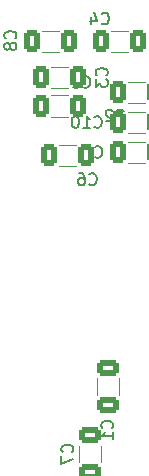
<source format=gbo>
G04 #@! TF.GenerationSoftware,KiCad,Pcbnew,(6.0.1-0)*
G04 #@! TF.CreationDate,2022-03-29T21:42:36-04:00*
G04 #@! TF.ProjectId,G76 Mini,47373620-4d69-46e6-992e-6b696361645f,rev?*
G04 #@! TF.SameCoordinates,Original*
G04 #@! TF.FileFunction,Legend,Bot*
G04 #@! TF.FilePolarity,Positive*
%FSLAX46Y46*%
G04 Gerber Fmt 4.6, Leading zero omitted, Abs format (unit mm)*
G04 Created by KiCad (PCBNEW (6.0.1-0)) date 2022-03-29 21:42:36*
%MOMM*%
%LPD*%
G01*
G04 APERTURE LIST*
G04 Aperture macros list*
%AMRoundRect*
0 Rectangle with rounded corners*
0 $1 Rounding radius*
0 $2 $3 $4 $5 $6 $7 $8 $9 X,Y pos of 4 corners*
0 Add a 4 corners polygon primitive as box body*
4,1,4,$2,$3,$4,$5,$6,$7,$8,$9,$2,$3,0*
0 Add four circle primitives for the rounded corners*
1,1,$1+$1,$2,$3*
1,1,$1+$1,$4,$5*
1,1,$1+$1,$6,$7*
1,1,$1+$1,$8,$9*
0 Add four rect primitives between the rounded corners*
20,1,$1+$1,$2,$3,$4,$5,0*
20,1,$1+$1,$4,$5,$6,$7,0*
20,1,$1+$1,$6,$7,$8,$9,0*
20,1,$1+$1,$8,$9,$2,$3,0*%
G04 Aperture macros list end*
%ADD10C,0.150000*%
%ADD11C,0.120000*%
%ADD12R,1.600000X1.600000*%
%ADD13C,1.600000*%
%ADD14R,1.700000X1.700000*%
%ADD15O,1.700000X1.700000*%
%ADD16RoundRect,0.250000X0.412500X0.650000X-0.412500X0.650000X-0.412500X-0.650000X0.412500X-0.650000X0*%
%ADD17RoundRect,0.250000X-0.412500X-0.650000X0.412500X-0.650000X0.412500X0.650000X-0.412500X0.650000X0*%
%ADD18RoundRect,0.250000X-0.650000X0.412500X-0.650000X-0.412500X0.650000X-0.412500X0.650000X0.412500X0*%
%ADD19RoundRect,0.250000X0.650000X-0.412500X0.650000X0.412500X-0.650000X0.412500X-0.650000X-0.412500X0*%
G04 APERTURE END LIST*
D10*
X103997417Y-71623288D02*
X104045036Y-71670907D01*
X104187893Y-71718526D01*
X104283131Y-71718526D01*
X104425989Y-71670907D01*
X104521227Y-71575669D01*
X104568846Y-71480431D01*
X104616465Y-71289955D01*
X104616465Y-71147098D01*
X104568846Y-70956622D01*
X104521227Y-70861384D01*
X104425989Y-70766146D01*
X104283131Y-70718526D01*
X104187893Y-70718526D01*
X104045036Y-70766146D01*
X103997417Y-70813765D01*
X103140274Y-71051860D02*
X103140274Y-71718526D01*
X103378370Y-70670907D02*
X103616465Y-71385193D01*
X102997417Y-71385193D01*
X96675501Y-72895530D02*
X96723120Y-72847911D01*
X96770739Y-72705054D01*
X96770739Y-72609816D01*
X96723120Y-72466958D01*
X96627882Y-72371720D01*
X96532644Y-72324101D01*
X96342168Y-72276482D01*
X96199311Y-72276482D01*
X96008835Y-72324101D01*
X95913597Y-72371720D01*
X95818359Y-72466958D01*
X95770739Y-72609816D01*
X95770739Y-72705054D01*
X95818359Y-72847911D01*
X95865978Y-72895530D01*
X96199311Y-73466958D02*
X96151692Y-73371720D01*
X96104073Y-73324101D01*
X96008835Y-73276482D01*
X95961216Y-73276482D01*
X95865978Y-73324101D01*
X95818359Y-73371720D01*
X95770739Y-73466958D01*
X95770739Y-73657435D01*
X95818359Y-73752673D01*
X95865978Y-73800292D01*
X95961216Y-73847911D01*
X96008835Y-73847911D01*
X96104073Y-73800292D01*
X96151692Y-73752673D01*
X96199311Y-73657435D01*
X96199311Y-73466958D01*
X96246930Y-73371720D01*
X96294549Y-73324101D01*
X96389787Y-73276482D01*
X96580263Y-73276482D01*
X96675501Y-73324101D01*
X96723120Y-73371720D01*
X96770739Y-73466958D01*
X96770739Y-73657435D01*
X96723120Y-73752673D01*
X96675501Y-73800292D01*
X96580263Y-73847911D01*
X96389787Y-73847911D01*
X96294549Y-73800292D01*
X96246930Y-73752673D01*
X96199311Y-73657435D01*
X105285468Y-79821945D02*
X105333087Y-79869564D01*
X105475944Y-79917183D01*
X105571182Y-79917183D01*
X105714040Y-79869564D01*
X105809278Y-79774326D01*
X105856897Y-79679088D01*
X105904516Y-79488612D01*
X105904516Y-79345755D01*
X105856897Y-79155279D01*
X105809278Y-79060041D01*
X105714040Y-78964803D01*
X105571182Y-78917183D01*
X105475944Y-78917183D01*
X105333087Y-78964803D01*
X105285468Y-79012422D01*
X104904516Y-79012422D02*
X104856897Y-78964803D01*
X104761659Y-78917183D01*
X104523563Y-78917183D01*
X104428325Y-78964803D01*
X104380706Y-79012422D01*
X104333087Y-79107660D01*
X104333087Y-79202898D01*
X104380706Y-79345755D01*
X104952135Y-79917183D01*
X104333087Y-79917183D01*
X102964915Y-85226601D02*
X103012534Y-85274220D01*
X103155391Y-85321839D01*
X103250629Y-85321839D01*
X103393487Y-85274220D01*
X103488725Y-85178982D01*
X103536344Y-85083744D01*
X103583963Y-84893268D01*
X103583963Y-84750411D01*
X103536344Y-84559935D01*
X103488725Y-84464697D01*
X103393487Y-84369459D01*
X103250629Y-84321839D01*
X103155391Y-84321839D01*
X103012534Y-84369459D01*
X102964915Y-84417078D01*
X102107772Y-84321839D02*
X102298249Y-84321839D01*
X102393487Y-84369459D01*
X102441106Y-84417078D01*
X102536344Y-84559935D01*
X102583963Y-84750411D01*
X102583963Y-85131363D01*
X102536344Y-85226601D01*
X102488725Y-85274220D01*
X102393487Y-85321839D01*
X102203010Y-85321839D01*
X102107772Y-85274220D01*
X102060153Y-85226601D01*
X102012534Y-85131363D01*
X102012534Y-84893268D01*
X102060153Y-84798030D01*
X102107772Y-84750411D01*
X102203010Y-84702792D01*
X102393487Y-84702792D01*
X102488725Y-84750411D01*
X102536344Y-84798030D01*
X102583963Y-84893268D01*
X103417666Y-82907142D02*
X103465285Y-82954761D01*
X103608142Y-83002380D01*
X103703380Y-83002380D01*
X103846238Y-82954761D01*
X103941476Y-82859523D01*
X103989095Y-82764285D01*
X104036714Y-82573809D01*
X104036714Y-82430952D01*
X103989095Y-82240476D01*
X103941476Y-82145238D01*
X103846238Y-82050000D01*
X103703380Y-82002380D01*
X103608142Y-82002380D01*
X103465285Y-82050000D01*
X103417666Y-82097619D01*
X102512904Y-82002380D02*
X102989095Y-82002380D01*
X103036714Y-82478571D01*
X102989095Y-82430952D01*
X102893857Y-82383333D01*
X102655761Y-82383333D01*
X102560523Y-82430952D01*
X102512904Y-82478571D01*
X102465285Y-82573809D01*
X102465285Y-82811904D01*
X102512904Y-82907142D01*
X102560523Y-82954761D01*
X102655761Y-83002380D01*
X102893857Y-83002380D01*
X102989095Y-82954761D01*
X103036714Y-82907142D01*
X102419717Y-76994486D02*
X102467336Y-77042105D01*
X102610193Y-77089724D01*
X102705431Y-77089724D01*
X102848289Y-77042105D01*
X102943527Y-76946867D01*
X102991146Y-76851629D01*
X103038765Y-76661153D01*
X103038765Y-76518296D01*
X102991146Y-76327820D01*
X102943527Y-76232582D01*
X102848289Y-76137344D01*
X102705431Y-76089724D01*
X102610193Y-76089724D01*
X102467336Y-76137344D01*
X102419717Y-76184963D01*
X101943527Y-77089724D02*
X101753051Y-77089724D01*
X101657812Y-77042105D01*
X101610193Y-76994486D01*
X101514955Y-76851629D01*
X101467336Y-76661153D01*
X101467336Y-76280201D01*
X101514955Y-76184963D01*
X101562574Y-76137344D01*
X101657812Y-76089724D01*
X101848289Y-76089724D01*
X101943527Y-76137344D01*
X101991146Y-76184963D01*
X102038765Y-76280201D01*
X102038765Y-76518296D01*
X101991146Y-76613534D01*
X101943527Y-76661153D01*
X101848289Y-76708772D01*
X101657812Y-76708772D01*
X101562574Y-76661153D01*
X101514955Y-76613534D01*
X101467336Y-76518296D01*
X104406244Y-76033333D02*
X104453863Y-75985714D01*
X104501482Y-75842857D01*
X104501482Y-75747619D01*
X104453863Y-75604761D01*
X104358625Y-75509523D01*
X104263387Y-75461904D01*
X104072911Y-75414285D01*
X103930054Y-75414285D01*
X103739578Y-75461904D01*
X103644340Y-75509523D01*
X103549102Y-75604761D01*
X103501482Y-75747619D01*
X103501482Y-75842857D01*
X103549102Y-75985714D01*
X103596721Y-76033333D01*
X103501482Y-76366666D02*
X103501482Y-76985714D01*
X103882435Y-76652380D01*
X103882435Y-76795238D01*
X103930054Y-76890476D01*
X103977673Y-76938095D01*
X104072911Y-76985714D01*
X104311006Y-76985714D01*
X104406244Y-76938095D01*
X104453863Y-76890476D01*
X104501482Y-76795238D01*
X104501482Y-76509523D01*
X104453863Y-76414285D01*
X104406244Y-76366666D01*
X101504142Y-107910333D02*
X101551761Y-107862714D01*
X101599380Y-107719857D01*
X101599380Y-107624619D01*
X101551761Y-107481761D01*
X101456523Y-107386523D01*
X101361285Y-107338904D01*
X101170809Y-107291285D01*
X101027952Y-107291285D01*
X100837476Y-107338904D01*
X100742238Y-107386523D01*
X100647000Y-107481761D01*
X100599380Y-107624619D01*
X100599380Y-107719857D01*
X100647000Y-107862714D01*
X100694619Y-107910333D01*
X100599380Y-108243666D02*
X100599380Y-108910333D01*
X101599380Y-108481761D01*
X104878142Y-105878333D02*
X104925761Y-105830714D01*
X104973380Y-105687857D01*
X104973380Y-105592619D01*
X104925761Y-105449761D01*
X104830523Y-105354523D01*
X104735285Y-105306904D01*
X104544809Y-105259285D01*
X104401952Y-105259285D01*
X104211476Y-105306904D01*
X104116238Y-105354523D01*
X104021000Y-105449761D01*
X103973380Y-105592619D01*
X103973380Y-105687857D01*
X104021000Y-105830714D01*
X104068619Y-105878333D01*
X104973380Y-106830714D02*
X104973380Y-106259285D01*
X104973380Y-106545000D02*
X103973380Y-106545000D01*
X104116238Y-106449761D01*
X104211476Y-106354523D01*
X104259095Y-106259285D01*
X103385856Y-80367142D02*
X103433475Y-80414761D01*
X103576332Y-80462380D01*
X103671570Y-80462380D01*
X103814427Y-80414761D01*
X103909665Y-80319523D01*
X103957284Y-80224285D01*
X104004903Y-80033809D01*
X104004903Y-79890952D01*
X103957284Y-79700476D01*
X103909665Y-79605238D01*
X103814427Y-79510000D01*
X103671570Y-79462380D01*
X103576332Y-79462380D01*
X103433475Y-79510000D01*
X103385856Y-79557619D01*
X102433475Y-80462380D02*
X103004903Y-80462380D01*
X102719189Y-80462380D02*
X102719189Y-79462380D01*
X102814427Y-79605238D01*
X102909665Y-79700476D01*
X103004903Y-79748095D01*
X101814427Y-79462380D02*
X101719189Y-79462380D01*
X101623951Y-79510000D01*
X101576332Y-79557619D01*
X101528713Y-79652857D01*
X101481094Y-79843333D01*
X101481094Y-80081428D01*
X101528713Y-80271904D01*
X101576332Y-80367142D01*
X101623951Y-80414761D01*
X101719189Y-80462380D01*
X101814427Y-80462380D01*
X101909665Y-80414761D01*
X101957284Y-80367142D01*
X102004903Y-80271904D01*
X102052522Y-80081428D01*
X102052522Y-79843333D01*
X102004903Y-79652857D01*
X101957284Y-79557619D01*
X101909665Y-79510000D01*
X101814427Y-79462380D01*
D11*
X106248252Y-74062000D02*
X104825748Y-74062000D01*
X106248252Y-72242000D02*
X104825748Y-72242000D01*
X100406252Y-72242000D02*
X98983748Y-72242000D01*
X100406252Y-74062000D02*
X98983748Y-74062000D01*
X107645252Y-78380000D02*
X106222748Y-78380000D01*
X107645252Y-76560000D02*
X106222748Y-76560000D01*
X100380748Y-83714000D02*
X101803252Y-83714000D01*
X100380748Y-81894000D02*
X101803252Y-81894000D01*
X107645252Y-81640000D02*
X106222748Y-81640000D01*
X107645252Y-83460000D02*
X106222748Y-83460000D01*
X99745748Y-79523000D02*
X101168252Y-79523000D01*
X99745748Y-77703000D02*
X101168252Y-77703000D01*
X99745748Y-75290000D02*
X101168252Y-75290000D01*
X99745748Y-77110000D02*
X101168252Y-77110000D01*
X103907000Y-107365748D02*
X103907000Y-108788252D01*
X102087000Y-107365748D02*
X102087000Y-108788252D01*
X105431000Y-103073252D02*
X105431000Y-101650748D01*
X103611000Y-103073252D02*
X103611000Y-101650748D01*
X107645252Y-80920000D02*
X106222748Y-80920000D01*
X107645252Y-79100000D02*
X106222748Y-79100000D01*
%LPC*%
D12*
X126746000Y-102743000D03*
D13*
X126746000Y-87503000D03*
X119126000Y-87503000D03*
X119126000Y-102743000D03*
D12*
X99459000Y-58479331D03*
D13*
X101749000Y-58479331D03*
X104039000Y-58479331D03*
X106329000Y-58479331D03*
X108619000Y-58479331D03*
X98314000Y-56499331D03*
X100604000Y-56499331D03*
X102894000Y-56499331D03*
X105184000Y-56499331D03*
X107474000Y-56499331D03*
X99459000Y-54519331D03*
X101749000Y-54519331D03*
X104039000Y-54519331D03*
X106329000Y-54519331D03*
X108619000Y-54519331D03*
D14*
X124460000Y-67945000D03*
D15*
X127000000Y-67945000D03*
X124460000Y-70485000D03*
X127000000Y-70485000D03*
X124460000Y-73025000D03*
X127000000Y-73025000D03*
X124460000Y-75565000D03*
X127000000Y-75565000D03*
X124460000Y-78105000D03*
X127000000Y-78105000D03*
D14*
X84323000Y-53213000D03*
D15*
X86863000Y-53213000D03*
X84323000Y-55753000D03*
X86863000Y-55753000D03*
X84323000Y-58293000D03*
X86863000Y-58293000D03*
X84323000Y-60833000D03*
X86863000Y-60833000D03*
X84323000Y-63373000D03*
X86863000Y-63373000D03*
X84323000Y-65913000D03*
X86863000Y-65913000D03*
X84323000Y-68453000D03*
X86863000Y-68453000D03*
X84323000Y-70993000D03*
X86863000Y-70993000D03*
X84323000Y-73533000D03*
X86863000Y-73533000D03*
X84323000Y-76073000D03*
X86863000Y-76073000D03*
X84323000Y-78613000D03*
X86863000Y-78613000D03*
X84323000Y-81153000D03*
X86863000Y-81153000D03*
X84323000Y-83693000D03*
X86863000Y-83693000D03*
X84323000Y-86233000D03*
X86863000Y-86233000D03*
X84323000Y-88773000D03*
X86863000Y-88773000D03*
X84323000Y-91313000D03*
X86863000Y-91313000D03*
D16*
X107099500Y-73152000D03*
X103974500Y-73152000D03*
X101257500Y-73152000D03*
X98132500Y-73152000D03*
X108496500Y-77470000D03*
X105371500Y-77470000D03*
D17*
X99529500Y-82804000D03*
X102654500Y-82804000D03*
D16*
X108496500Y-82550000D03*
X105371500Y-82550000D03*
D17*
X98894500Y-78613000D03*
X102019500Y-78613000D03*
X98894500Y-76200000D03*
X102019500Y-76200000D03*
D18*
X102997000Y-106514500D03*
X102997000Y-109639500D03*
D19*
X104521000Y-103924500D03*
X104521000Y-100799500D03*
D16*
X108496500Y-80010000D03*
X105371500Y-80010000D03*
M02*

</source>
